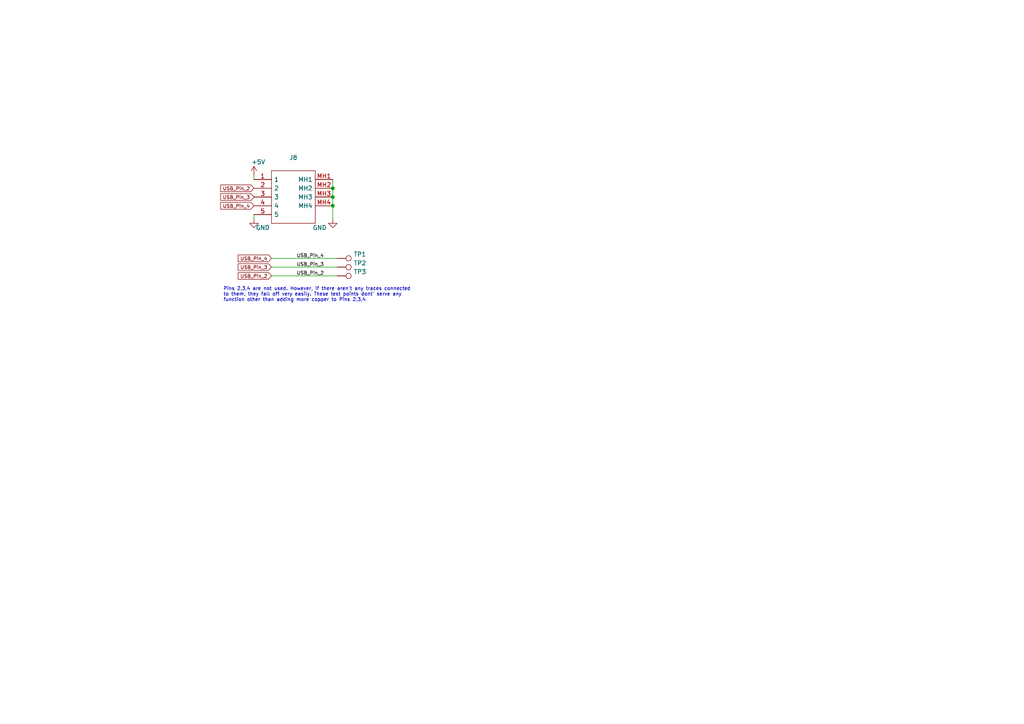
<source format=kicad_sch>
(kicad_sch (version 20211123) (generator eeschema)
  (paper "A4")
  (lib_symbols
    (symbol "Connector:TestPoint" (pin_numbers hide) (pin_names (offset 0.762) hide)
      (property "Reference" "TP" (at 0 6.858 0))
      (property "Value" "TestPoint" (at 0 5.08 0))
      (symbol "TestPoint_0_1"
        (circle (center 0 3.302) (radius 0.762))
      )
      (symbol "TestPoint_1_1"
        (pin passive line (at 0 0 90) (length 2.54) (name "1") (number "1"))
      )
    )
    (symbol "SamacSys_Parts:U254-051N-4BH806" (pin_names (offset 0.762))
      (property "Reference" "J" (at 19.05 7.62 0))
      (property "Value" "U254-051N-4BH806" (at 19.05 5.08 0))
      (symbol "U254-051N-4BH806_0_0"
        (pin passive line (at 0 0 0) (length 5.08) (name "1") (number "1"))
        (pin passive line (at 0 -2.54 0) (length 5.08) (name "2") (number "2"))
        (pin passive line (at 0 -5.08 0) (length 5.08) (name "3") (number "3"))
        (pin passive line (at 0 -7.62 0) (length 5.08) (name "4") (number "4"))
        (pin passive line (at 0 -10.16 0) (length 5.08) (name "5") (number "5"))
        (pin passive line (at 22.86 0 180) (length 5.08) (name "MH1") (number "MH1"))
        (pin passive line (at 22.86 -2.54 180) (length 5.08) (name "MH2") (number "MH2"))
        (pin passive line (at 22.86 -5.08 180) (length 5.08) (name "MH3") (number "MH3"))
        (pin passive line (at 22.86 -7.62 180) (length 5.08) (name "MH4") (number "MH4"))
      )
      (symbol "U254-051N-4BH806_0_1"
        (polyline (pts (xy 5.08 2.54) (xy 17.78 2.54) (xy 17.78 -12.7) (xy 5.08 -12.7) (xy 5.08 2.54)) (stroke (width 0.1524)))
      )
    )
    (symbol "power:+5V" (power) (pin_names (offset 0))
      (property "Value" "+5V" (at 0 3.556 0))
      (symbol "+5V_0_1"
        (polyline (pts (xy -0.762 1.27) (xy 0 2.54)))
        (polyline (pts (xy 0 0) (xy 0 2.54)))
        (polyline (pts (xy 0 2.54) (xy 0.762 1.27)))
      )
      (symbol "+5V_1_1"
        (pin power_in line (at 0 0 90) (length 0) hide (name "+5V") (number "1"))
      )
    )
    (symbol "power:GND" (power) (pin_names (offset 0))
      (property "Value" "GND" (at 0 -3.81 0))
      (symbol "GND_0_1"
        (polyline (pts (xy 0 0) (xy 0 -1.27) (xy 1.27 -1.27) (xy 0 -2.54) (xy -1.27 -1.27) (xy 0 -1.27)))
      )
      (symbol "GND_1_1"
        (pin power_in line (at 0 0 270) (length 0) hide (name "GND") (number "1"))
      )
    )
  )
  (junction (at 96.52 54.61))
  (junction (at 96.52 57.15))
  (junction (at 96.52 59.69))
  (wire (pts (xy 73.66 52.07) (xy 73.66 50.8)))
  (wire (pts (xy 73.66 62.23) (xy 73.66 63.5)))
  (wire (pts (xy 96.52 54.61) (xy 96.52 52.07)))
  (wire (pts (xy 97.79 80.01) (xy 78.74 80.01)))
  (wire (pts (xy 96.52 57.15) (xy 96.52 54.61)))
  (wire (pts (xy 97.79 74.93) (xy 78.74 74.93)))
  (wire (pts (xy 96.52 59.69) (xy 96.52 63.5)))
  (wire (pts (xy 78.74 77.47) (xy 97.79 77.47)))
  (wire (pts (xy 96.52 59.69) (xy 96.52 57.15)))
  (text "Pins 2,3,4 are not used. However, if there aren't any traces connected\nto them, they fall off very easily. These test points dont' serve any \nfunction other than adding more copper to Pins 2,3,4" (at 64.77 87.63 0) (effects (font (size 0.9906 0.9906)) (justify left bottom)))
  (label "USB_Pin_2" (at 93.98 80.01 180) (effects (font (size 0.9906 0.9906))))
  (label "USB_Pin_3" (at 93.98 77.47 180) (effects (font (size 0.9906 0.9906))))
  (label "USB_Pin_4" (at 93.98 74.93 180) (effects (font (size 0.9906 0.9906))))
  (global_label "USB_Pin_3" (shape input) (at 73.66 57.15 180) (effects (font (size 0.9906 0.9906))) (property "Intersheet References" "${INTERSHEET_REFS}" (effects hide)))
  (global_label "USB_Pin_3" (shape input) (at 78.74 77.47 180) (effects (font (size 0.9906 0.9906))) (property "Intersheet References" "${INTERSHEET_REFS}" (effects hide)))
  (global_label "USB_Pin_4" (shape input) (at 78.74 74.93 180) (effects (font (size 0.9906 0.9906))) (property "Intersheet References" "${INTERSHEET_REFS}" (effects hide)))
  (global_label "USB_Pin_4" (shape input) (at 73.66 59.69 180) (effects (font (size 0.9906 0.9906))) (property "Intersheet References" "${INTERSHEET_REFS}" (effects hide)))
  (global_label "USB_Pin_2" (shape input) (at 78.74 80.01 180) (effects (font (size 0.9906 0.9906))) (property "Intersheet References" "${INTERSHEET_REFS}" (effects hide)))
  (global_label "USB_Pin_2" (shape input) (at 73.66 54.61 180) (effects (font (size 0.9906 0.9906))) (property "Intersheet References" "${INTERSHEET_REFS}" (effects hide)))
  (symbol (lib_id "SamacSys_Parts:U254-051N-4BH806") (at 73.66 52.07 0) (unit 1)
    (property "Reference" "J8" (at 85.09 45.72 0))
    (property "Datasheet" "https://datasheet.lcsc.com/szlcsc/2002271812_XKB-Connectivity-U254-051N-4BH806_C319170.pdf" (effects hide))
    (property "LCSC" "C319170" (effects hide))
    (property "Description" "USB - Micro B Female USB 2 5 SMD USB Connectors" (effects hide))
    (property "Manufacturer_Name" "XKB Connectivity" (effects hide))
    (property "Manufacturer_Part_Number" "U254-051N-4BH806" (effects hide))
  )
  (symbol (lib_id "power:GND") (at 73.66 63.5 0) (unit 1)
    (property "Reference" "#PWR051" (effects hide))
    (property "Value" "GND" (at 76.2 66.04 0))
  )
  (symbol (lib_id "power:GND") (at 96.52 63.5 0) (unit 1)
    (property "Reference" "#PWR052" (effects hide))
    (property "Value" "GND" (at 92.71 66.04 0))
  )
  (symbol (lib_id "power:+5V") (at 73.66 50.8 0) (unit 1)
    (property "Reference" "#PWR050" (effects hide))
    (property "Value" "+5V" (at 74.93 46.99 0))
  )
  (symbol (lib_id "Connector:TestPoint") (at 97.79 74.93 270) (unit 1)
    (property "Reference" "TP1" (at 102.5652 73.7616 90) (effects (justify left)))
    (property "Datasheet" "N/A - Test pad" (effects hide))
    (property "LCSC" "N/A" (effects hide))
    (property "Manufacturer_Name" "N/A" (effects hide))
    (property "Manufacturer_Part_Number" "N/A" (effects hide))
    (property "Description" "N/A - Test pad" (effects hide))
  )
  (symbol (lib_id "Connector:TestPoint") (at 97.79 77.47 270) (unit 1)
    (property "Reference" "TP2" (at 102.5652 76.3016 90) (effects (justify left)))
    (property "Datasheet" "N/A - Test pad" (effects hide))
    (property "LCSC" "N/A" (effects hide))
    (property "Manufacturer_Name" "N/A" (effects hide))
    (property "Manufacturer_Part_Number" "N/A" (effects hide))
    (property "Description" "N/A - Test pad" (effects hide))
  )
  (symbol (lib_id "Connector:TestPoint") (at 97.79 80.01 270) (unit 1)
    (property "Reference" "TP3" (at 102.5652 78.8416 90) (effects (justify left)))
    (property "Datasheet" "N/A - Test pad" (effects hide))
    (property "LCSC" "N/A" (effects hide))
    (property "Manufacturer_Name" "N/A" (effects hide))
    (property "Manufacturer_Part_Number" "N/A" (effects hide))
    (property "Description" "N/A - Test pad" (effects hide))
  )
)
</source>
